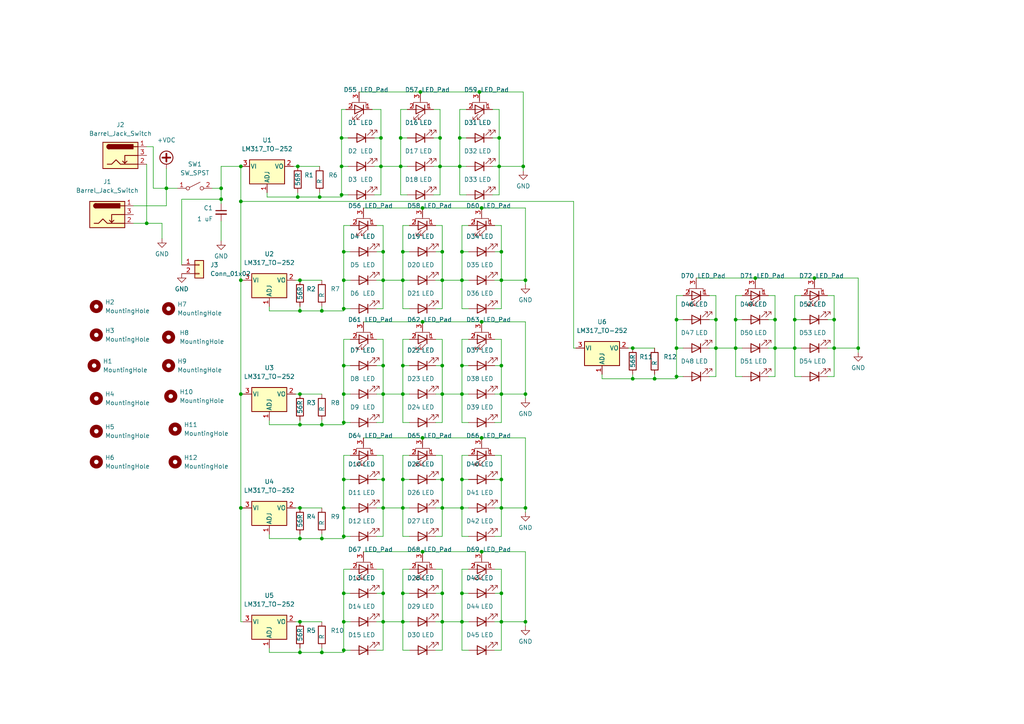
<source format=kicad_sch>
(kicad_sch (version 20211123) (generator eeschema)
  (paper "A4")
  (junction (at 116.84 114.3))
  (junction (at 145.415 139.065))
  (junction (at 99.695 89.535))
  (junction (at 128.27 106.045))
  (junction (at 111.125 106.045))
  (junction (at 64.135 57.785))
  (junction (at 116.205 48.26))
  (junction (at 93.345 123.19))
  (junction (at 152.4 180.34))
  (junction (at 207.645 100.965))
  (junction (at 128.27 139.065))
  (junction (at 145.415 172.085))
  (junction (at 183.515 109.855))
  (junction (at 111.125 147.32))
  (junction (at 69.85 147.32))
  (junction (at 99.695 188.595))
  (junction (at 145.415 81.28))
  (junction (at 111.125 172.085))
  (junction (at 122.555 127))
  (junction (at 152.4 81.28))
  (junction (at 133.985 81.28))
  (junction (at 48.26 54.61))
  (junction (at 42.545 64.77))
  (junction (at 133.985 73.025))
  (junction (at 116.205 40.005))
  (junction (at 99.695 155.575))
  (junction (at 230.505 92.71))
  (junction (at 128.27 172.085))
  (junction (at 144.78 48.26))
  (junction (at 128.27 73.025))
  (junction (at 145.415 106.045))
  (junction (at 213.36 100.965))
  (junction (at 121.92 26.67))
  (junction (at 99.695 122.555))
  (junction (at 230.505 100.965))
  (junction (at 139.7 93.345))
  (junction (at 196.215 92.71))
  (junction (at 86.995 90.17))
  (junction (at 99.695 147.32))
  (junction (at 116.84 106.045))
  (junction (at 139.7 60.325))
  (junction (at 241.935 92.71))
  (junction (at 145.415 73.025))
  (junction (at 139.7 160.02))
  (junction (at 151.765 48.26))
  (junction (at 99.695 81.28))
  (junction (at 196.215 100.965))
  (junction (at 116.84 73.025))
  (junction (at 219.075 80.645))
  (junction (at 139.065 26.67))
  (junction (at 99.695 139.065))
  (junction (at 99.06 40.005))
  (junction (at 139.7 127))
  (junction (at 111.125 180.34))
  (junction (at 69.85 58.42))
  (junction (at 183.515 100.965))
  (junction (at 116.84 180.34))
  (junction (at 133.35 40.005))
  (junction (at 196.215 109.22))
  (junction (at 93.345 189.23))
  (junction (at 86.995 189.23))
  (junction (at 93.345 90.17))
  (junction (at 116.84 147.32))
  (junction (at 133.35 48.26))
  (junction (at 111.125 81.28))
  (junction (at 86.995 156.21))
  (junction (at 99.695 180.34))
  (junction (at 145.415 180.34))
  (junction (at 111.125 139.065))
  (junction (at 99.06 56.515))
  (junction (at 133.985 147.32))
  (junction (at 152.4 147.32))
  (junction (at 99.695 114.3))
  (junction (at 69.85 48.26))
  (junction (at 128.27 147.32))
  (junction (at 86.995 123.19))
  (junction (at 152.4 114.3))
  (junction (at 86.995 180.34))
  (junction (at 69.85 81.28))
  (junction (at 189.865 109.855))
  (junction (at 128.27 180.34))
  (junction (at 111.125 73.025))
  (junction (at 145.415 147.32))
  (junction (at 99.695 172.085))
  (junction (at 133.985 139.065))
  (junction (at 99.695 106.045))
  (junction (at 116.84 139.065))
  (junction (at 248.92 100.965))
  (junction (at 93.345 156.21))
  (junction (at 116.84 81.28))
  (junction (at 122.555 93.345))
  (junction (at 145.415 114.3))
  (junction (at 213.36 92.71))
  (junction (at 111.125 114.3))
  (junction (at 116.84 172.085))
  (junction (at 224.79 100.965))
  (junction (at 133.985 172.085))
  (junction (at 127.635 48.26))
  (junction (at 86.995 147.32))
  (junction (at 92.71 57.15))
  (junction (at 133.985 106.045))
  (junction (at 110.49 48.26))
  (junction (at 127.635 40.005))
  (junction (at 133.985 114.3))
  (junction (at 144.78 40.005))
  (junction (at 64.135 54.61))
  (junction (at 224.79 92.71))
  (junction (at 241.935 100.965))
  (junction (at 128.27 81.28))
  (junction (at 207.645 92.71))
  (junction (at 122.555 60.325))
  (junction (at 110.49 40.005))
  (junction (at 86.36 57.15))
  (junction (at 99.695 73.025))
  (junction (at 122.555 160.02))
  (junction (at 69.85 114.3))
  (junction (at 99.06 48.26))
  (junction (at 86.36 48.26))
  (junction (at 128.27 114.3))
  (junction (at 86.995 81.28))
  (junction (at 236.22 80.645))
  (junction (at 86.995 114.3))
  (junction (at 133.985 180.34))
  (wire (pts (xy 128.27 172.085) (xy 128.27 180.34)))
  (wire (pts (xy 122.555 60.325) (xy 139.7 60.325)))
  (wire (pts (xy 144.78 48.26) (xy 144.78 56.515)))
  (wire (pts (xy 230.505 100.965) (xy 232.41 100.965)))
  (wire (pts (xy 77.47 57.15) (xy 86.36 57.15)))
  (wire (pts (xy 145.415 139.065) (xy 145.415 147.32)))
  (wire (pts (xy 109.22 132.08) (xy 111.125 132.08)))
  (wire (pts (xy 116.84 73.025) (xy 116.84 65.405)))
  (wire (pts (xy 109.22 180.34) (xy 111.125 180.34)))
  (wire (pts (xy 86.995 147.32) (xy 93.345 147.32)))
  (wire (pts (xy 152.4 180.34) (xy 152.4 181.61)))
  (wire (pts (xy 143.51 106.045) (xy 145.415 106.045)))
  (wire (pts (xy 128.27 65.405) (xy 126.365 65.405)))
  (wire (pts (xy 128.27 132.08) (xy 126.365 132.08)))
  (wire (pts (xy 151.765 26.67) (xy 151.765 48.26)))
  (wire (pts (xy 93.345 154.94) (xy 93.345 156.21)))
  (wire (pts (xy 69.85 147.32) (xy 70.485 147.32)))
  (wire (pts (xy 166.37 58.42) (xy 166.37 100.965)))
  (wire (pts (xy 116.84 180.34) (xy 116.84 188.595)))
  (wire (pts (xy 86.995 114.3) (xy 93.345 114.3)))
  (wire (pts (xy 69.85 81.28) (xy 69.85 114.3)))
  (wire (pts (xy 69.85 58.42) (xy 69.85 81.28)))
  (wire (pts (xy 142.875 40.005) (xy 144.78 40.005)))
  (wire (pts (xy 213.36 100.965) (xy 213.36 109.22)))
  (wire (pts (xy 133.35 56.515) (xy 135.255 56.515)))
  (wire (pts (xy 133.35 48.26) (xy 133.35 56.515)))
  (wire (pts (xy 111.125 180.34) (xy 116.84 180.34)))
  (wire (pts (xy 196.215 100.965) (xy 196.215 92.71)))
  (wire (pts (xy 93.345 187.96) (xy 93.345 189.23)))
  (wire (pts (xy 133.985 139.065) (xy 133.985 132.08)))
  (wire (pts (xy 86.995 189.23) (xy 86.995 187.96)))
  (wire (pts (xy 116.84 172.085) (xy 116.84 165.1)))
  (wire (pts (xy 219.075 80.645) (xy 219.075 81.28)))
  (wire (pts (xy 111.125 147.32) (xy 116.84 147.32)))
  (wire (pts (xy 116.84 106.045) (xy 116.84 98.425)))
  (wire (pts (xy 99.06 56.515) (xy 100.965 56.515)))
  (wire (pts (xy 116.84 139.065) (xy 116.84 132.08)))
  (wire (pts (xy 111.125 81.28) (xy 116.84 81.28)))
  (wire (pts (xy 126.365 73.025) (xy 128.27 73.025)))
  (wire (pts (xy 110.49 40.005) (xy 110.49 48.26)))
  (wire (pts (xy 145.415 172.085) (xy 145.415 180.34)))
  (wire (pts (xy 133.35 48.26) (xy 135.255 48.26)))
  (wire (pts (xy 99.695 123.19) (xy 99.695 122.555)))
  (wire (pts (xy 183.515 100.965) (xy 182.245 100.965)))
  (wire (pts (xy 143.51 180.34) (xy 145.415 180.34)))
  (wire (pts (xy 86.995 123.19) (xy 86.995 121.92)))
  (wire (pts (xy 93.345 189.23) (xy 86.995 189.23)))
  (wire (pts (xy 111.125 180.34) (xy 111.125 188.595)))
  (wire (pts (xy 110.49 56.515) (xy 108.585 56.515)))
  (wire (pts (xy 230.505 100.965) (xy 230.505 109.22)))
  (wire (pts (xy 174.625 108.585) (xy 174.625 109.855)))
  (wire (pts (xy 133.985 98.425) (xy 135.89 98.425)))
  (wire (pts (xy 133.985 180.34) (xy 128.27 180.34)))
  (wire (pts (xy 127.635 56.515) (xy 125.73 56.515)))
  (wire (pts (xy 145.415 122.555) (xy 143.51 122.555)))
  (wire (pts (xy 145.415 139.065) (xy 145.415 132.08)))
  (wire (pts (xy 205.74 85.725) (xy 207.645 85.725)))
  (wire (pts (xy 189.865 109.855) (xy 196.215 109.855)))
  (wire (pts (xy 109.22 147.32) (xy 111.125 147.32)))
  (wire (pts (xy 133.985 165.1) (xy 135.89 165.1)))
  (wire (pts (xy 99.06 31.75) (xy 100.33 31.75)))
  (wire (pts (xy 99.695 156.21) (xy 99.695 155.575)))
  (wire (pts (xy 144.78 40.005) (xy 144.78 48.26)))
  (wire (pts (xy 99.695 165.1) (xy 99.695 172.085)))
  (wire (pts (xy 126.365 172.085) (xy 128.27 172.085)))
  (wire (pts (xy 133.985 139.065) (xy 135.89 139.065)))
  (wire (pts (xy 69.85 48.26) (xy 69.85 58.42)))
  (wire (pts (xy 152.4 127) (xy 152.4 147.32)))
  (wire (pts (xy 133.985 172.085) (xy 133.985 165.1)))
  (wire (pts (xy 77.47 55.88) (xy 77.47 57.15)))
  (wire (pts (xy 99.695 114.3) (xy 99.695 122.555)))
  (wire (pts (xy 145.415 106.045) (xy 145.415 98.425)))
  (wire (pts (xy 128.27 81.28) (xy 128.27 89.535)))
  (wire (pts (xy 109.22 165.1) (xy 111.125 165.1)))
  (wire (pts (xy 133.985 180.34) (xy 135.89 180.34)))
  (wire (pts (xy 143.51 172.085) (xy 145.415 172.085)))
  (wire (pts (xy 116.84 73.025) (xy 116.84 81.28)))
  (wire (pts (xy 109.22 65.405) (xy 111.125 65.405)))
  (wire (pts (xy 145.415 73.025) (xy 145.415 81.28)))
  (wire (pts (xy 86.995 90.17) (xy 86.995 88.9)))
  (wire (pts (xy 143.51 139.065) (xy 145.415 139.065)))
  (wire (pts (xy 99.695 90.17) (xy 99.695 89.535)))
  (wire (pts (xy 116.84 132.08) (xy 118.745 132.08)))
  (wire (pts (xy 133.985 147.32) (xy 133.985 155.575)))
  (wire (pts (xy 207.645 100.965) (xy 207.645 109.22)))
  (wire (pts (xy 116.205 48.26) (xy 118.11 48.26)))
  (wire (pts (xy 230.505 109.22) (xy 232.41 109.22)))
  (wire (pts (xy 48.26 54.61) (xy 51.435 54.61)))
  (wire (pts (xy 189.865 109.855) (xy 183.515 109.855)))
  (wire (pts (xy 99.695 73.025) (xy 101.6 73.025)))
  (wire (pts (xy 126.365 147.32) (xy 128.27 147.32)))
  (wire (pts (xy 116.84 114.3) (xy 118.745 114.3)))
  (wire (pts (xy 133.985 114.3) (xy 135.89 114.3)))
  (wire (pts (xy 116.84 139.065) (xy 116.84 147.32)))
  (wire (pts (xy 99.695 81.28) (xy 101.6 81.28)))
  (wire (pts (xy 128.27 139.065) (xy 128.27 147.32)))
  (wire (pts (xy 78.105 154.94) (xy 78.105 156.21)))
  (wire (pts (xy 213.36 100.965) (xy 215.265 100.965)))
  (wire (pts (xy 116.84 81.28) (xy 118.745 81.28)))
  (wire (pts (xy 108.585 48.26) (xy 110.49 48.26)))
  (wire (pts (xy 111.125 114.3) (xy 116.84 114.3)))
  (wire (pts (xy 133.35 40.005) (xy 133.35 48.26)))
  (wire (pts (xy 145.415 73.025) (xy 145.415 65.405)))
  (wire (pts (xy 133.985 132.08) (xy 135.89 132.08)))
  (wire (pts (xy 145.415 165.1) (xy 143.51 165.1)))
  (wire (pts (xy 183.515 109.855) (xy 183.515 108.585)))
  (wire (pts (xy 125.73 40.005) (xy 127.635 40.005)))
  (wire (pts (xy 116.205 56.515) (xy 118.11 56.515)))
  (wire (pts (xy 108.585 40.005) (xy 110.49 40.005)))
  (wire (pts (xy 128.27 188.595) (xy 126.365 188.595)))
  (wire (pts (xy 139.7 160.02) (xy 152.4 160.02)))
  (wire (pts (xy 207.645 100.965) (xy 213.36 100.965)))
  (wire (pts (xy 44.45 54.61) (xy 48.26 54.61)))
  (wire (pts (xy 69.85 114.3) (xy 70.485 114.3)))
  (wire (pts (xy 93.345 123.19) (xy 99.695 123.19)))
  (wire (pts (xy 86.995 81.28) (xy 93.345 81.28)))
  (wire (pts (xy 142.875 48.26) (xy 144.78 48.26)))
  (wire (pts (xy 213.36 92.71) (xy 215.265 92.71)))
  (wire (pts (xy 128.27 139.065) (xy 128.27 132.08)))
  (wire (pts (xy 152.4 82.55) (xy 152.4 81.28)))
  (wire (pts (xy 86.36 57.15) (xy 86.36 55.88)))
  (wire (pts (xy 111.125 106.045) (xy 111.125 98.425)))
  (wire (pts (xy 152.4 147.32) (xy 152.4 148.59)))
  (wire (pts (xy 116.205 48.26) (xy 116.205 56.515)))
  (wire (pts (xy 145.415 89.535) (xy 143.51 89.535)))
  (wire (pts (xy 189.865 108.585) (xy 189.865 109.855)))
  (wire (pts (xy 126.365 106.045) (xy 128.27 106.045)))
  (wire (pts (xy 38.735 64.77) (xy 42.545 64.77)))
  (wire (pts (xy 64.135 54.61) (xy 64.135 57.785)))
  (wire (pts (xy 143.51 147.32) (xy 145.415 147.32)))
  (wire (pts (xy 111.125 89.535) (xy 109.22 89.535)))
  (wire (pts (xy 145.415 188.595) (xy 143.51 188.595)))
  (wire (pts (xy 128.27 73.025) (xy 128.27 65.405)))
  (wire (pts (xy 93.345 156.21) (xy 99.695 156.21)))
  (wire (pts (xy 111.125 122.555) (xy 109.22 122.555)))
  (wire (pts (xy 219.075 80.645) (xy 236.22 80.645)))
  (wire (pts (xy 42.545 47.625) (xy 42.545 64.77)))
  (wire (pts (xy 64.135 48.26) (xy 64.135 54.61)))
  (wire (pts (xy 224.79 100.965) (xy 224.79 109.22)))
  (wire (pts (xy 241.935 100.965) (xy 248.92 100.965)))
  (wire (pts (xy 99.695 155.575) (xy 101.6 155.575)))
  (wire (pts (xy 92.71 55.88) (xy 92.71 57.15)))
  (wire (pts (xy 99.695 81.28) (xy 99.695 89.535)))
  (wire (pts (xy 152.4 147.32) (xy 145.415 147.32)))
  (wire (pts (xy 116.84 172.085) (xy 116.84 180.34)))
  (wire (pts (xy 105.41 160.02) (xy 122.555 160.02)))
  (wire (pts (xy 133.985 114.3) (xy 133.985 122.555)))
  (wire (pts (xy 213.36 92.71) (xy 213.36 85.725)))
  (wire (pts (xy 145.415 180.34) (xy 145.415 188.595)))
  (wire (pts (xy 127.635 48.26) (xy 127.635 56.515)))
  (wire (pts (xy 86.36 48.26) (xy 92.71 48.26)))
  (wire (pts (xy 109.22 139.065) (xy 111.125 139.065)))
  (wire (pts (xy 111.125 188.595) (xy 109.22 188.595)))
  (wire (pts (xy 133.985 139.065) (xy 133.985 147.32)))
  (wire (pts (xy 224.79 92.71) (xy 224.79 100.965)))
  (wire (pts (xy 133.35 40.005) (xy 135.255 40.005)))
  (wire (pts (xy 152.4 81.28) (xy 145.415 81.28)))
  (wire (pts (xy 78.105 90.17) (xy 86.995 90.17)))
  (wire (pts (xy 105.41 127) (xy 122.555 127)))
  (wire (pts (xy 111.125 114.3) (xy 111.125 122.555)))
  (wire (pts (xy 133.985 106.045) (xy 133.985 114.3)))
  (wire (pts (xy 111.125 73.025) (xy 111.125 65.405)))
  (wire (pts (xy 196.215 92.71) (xy 198.12 92.71)))
  (wire (pts (xy 196.215 85.725) (xy 196.215 92.71)))
  (wire (pts (xy 133.35 48.26) (xy 127.635 48.26)))
  (wire (pts (xy 116.84 81.28) (xy 116.84 89.535)))
  (wire (pts (xy 133.985 73.025) (xy 133.985 65.405)))
  (wire (pts (xy 127.635 40.005) (xy 127.635 48.26)))
  (wire (pts (xy 99.06 40.005) (xy 99.06 31.75)))
  (wire (pts (xy 201.93 80.645) (xy 219.075 80.645)))
  (wire (pts (xy 248.92 102.235) (xy 248.92 100.965)))
  (wire (pts (xy 111.125 81.28) (xy 111.125 89.535)))
  (wire (pts (xy 241.935 100.965) (xy 241.935 109.22)))
  (wire (pts (xy 116.84 106.045) (xy 116.84 114.3)))
  (wire (pts (xy 139.7 93.345) (xy 152.4 93.345)))
  (wire (pts (xy 116.205 40.005) (xy 116.205 48.26)))
  (wire (pts (xy 128.27 172.085) (xy 128.27 165.1)))
  (wire (pts (xy 121.92 26.67) (xy 139.065 26.67)))
  (wire (pts (xy 86.995 180.34) (xy 93.345 180.34)))
  (wire (pts (xy 145.415 81.28) (xy 145.415 89.535)))
  (wire (pts (xy 93.345 156.21) (xy 86.995 156.21)))
  (wire (pts (xy 145.415 65.405) (xy 143.51 65.405)))
  (wire (pts (xy 142.875 31.75) (xy 144.78 31.75)))
  (wire (pts (xy 116.84 188.595) (xy 118.745 188.595)))
  (wire (pts (xy 42.545 42.545) (xy 44.45 42.545)))
  (wire (pts (xy 111.125 155.575) (xy 109.22 155.575)))
  (wire (pts (xy 116.205 40.005) (xy 116.205 31.75)))
  (wire (pts (xy 128.27 114.3) (xy 128.27 122.555)))
  (wire (pts (xy 166.37 100.965) (xy 167.005 100.965)))
  (wire (pts (xy 93.345 123.19) (xy 86.995 123.19)))
  (wire (pts (xy 99.695 147.32) (xy 101.6 147.32)))
  (wire (pts (xy 86.36 48.26) (xy 85.09 48.26)))
  (wire (pts (xy 196.215 100.965) (xy 198.12 100.965)))
  (wire (pts (xy 213.36 85.725) (xy 215.265 85.725)))
  (wire (pts (xy 151.765 49.53) (xy 151.765 48.26)))
  (wire (pts (xy 99.695 106.045) (xy 101.6 106.045)))
  (wire (pts (xy 145.415 106.045) (xy 145.415 114.3)))
  (wire (pts (xy 111.125 172.085) (xy 111.125 180.34)))
  (wire (pts (xy 61.595 54.61) (xy 64.135 54.61)))
  (wire (pts (xy 99.695 114.3) (xy 99.695 106.045)))
  (wire (pts (xy 230.505 92.71) (xy 230.505 100.965)))
  (wire (pts (xy 99.695 180.34) (xy 99.695 172.085)))
  (wire (pts (xy 139.7 60.325) (xy 152.4 60.325)))
  (wire (pts (xy 230.505 92.71) (xy 230.505 85.725)))
  (wire (pts (xy 78.105 88.9) (xy 78.105 90.17)))
  (wire (pts (xy 99.695 147.32) (xy 99.695 155.575)))
  (wire (pts (xy 133.985 114.3) (xy 128.27 114.3)))
  (wire (pts (xy 111.125 147.32) (xy 111.125 155.575)))
  (wire (pts (xy 104.14 26.67) (xy 121.92 26.67)))
  (wire (pts (xy 240.03 100.965) (xy 241.935 100.965)))
  (wire (pts (xy 127.635 31.75) (xy 125.73 31.75)))
  (wire (pts (xy 213.36 92.71) (xy 213.36 100.965)))
  (wire (pts (xy 145.415 155.575) (xy 143.51 155.575)))
  (wire (pts (xy 99.06 40.005) (xy 100.965 40.005)))
  (wire (pts (xy 86.995 147.32) (xy 85.725 147.32)))
  (wire (pts (xy 133.985 65.405) (xy 135.89 65.405)))
  (wire (pts (xy 69.85 180.34) (xy 70.485 180.34)))
  (wire (pts (xy 127.635 40.005) (xy 127.635 31.75)))
  (wire (pts (xy 145.415 132.08) (xy 143.51 132.08)))
  (wire (pts (xy 241.935 92.71) (xy 241.935 85.725)))
  (wire (pts (xy 44.45 42.545) (xy 44.45 54.61)))
  (wire (pts (xy 224.79 109.22) (xy 222.885 109.22)))
  (wire (pts (xy 52.705 76.835) (xy 52.705 57.785)))
  (wire (pts (xy 48.26 59.69) (xy 38.735 59.69)))
  (wire (pts (xy 122.555 127) (xy 139.7 127)))
  (wire (pts (xy 241.935 85.725) (xy 240.03 85.725)))
  (wire (pts (xy 207.645 92.71) (xy 207.645 100.965)))
  (wire (pts (xy 133.35 40.005) (xy 133.35 31.75)))
  (wire (pts (xy 133.985 73.025) (xy 135.89 73.025)))
  (wire (pts (xy 99.695 122.555) (xy 101.6 122.555)))
  (wire (pts (xy 128.27 155.575) (xy 126.365 155.575)))
  (wire (pts (xy 145.415 180.34) (xy 152.4 180.34)))
  (wire (pts (xy 133.985 81.28) (xy 135.89 81.28)))
  (wire (pts (xy 116.84 155.575) (xy 118.745 155.575)))
  (wire (pts (xy 116.84 89.535) (xy 118.745 89.535)))
  (wire (pts (xy 128.27 122.555) (xy 126.365 122.555)))
  (wire (pts (xy 133.985 106.045) (xy 135.89 106.045)))
  (wire (pts (xy 116.84 147.32) (xy 116.84 155.575)))
  (wire (pts (xy 205.74 92.71) (xy 207.645 92.71)))
  (wire (pts (xy 145.415 147.32) (xy 145.415 155.575)))
  (wire (pts (xy 99.695 132.08) (xy 99.695 139.065)))
  (wire (pts (xy 86.995 114.3) (xy 85.725 114.3)))
  (wire (pts (xy 224.79 85.725) (xy 222.885 85.725)))
  (wire (pts (xy 111.125 73.025) (xy 111.125 81.28)))
  (wire (pts (xy 224.79 92.71) (xy 224.79 85.725)))
  (wire (pts (xy 213.36 109.22) (xy 215.265 109.22)))
  (wire (pts (xy 116.84 172.085) (xy 118.745 172.085)))
  (wire (pts (xy 152.4 114.3) (xy 152.4 115.57)))
  (wire (pts (xy 133.985 81.28) (xy 133.985 89.535)))
  (wire (pts (xy 128.27 106.045) (xy 128.27 114.3)))
  (wire (pts (xy 152.4 60.325) (xy 152.4 81.28)))
  (wire (pts (xy 241.935 109.22) (xy 240.03 109.22)))
  (wire (pts (xy 92.71 57.15) (xy 86.36 57.15)))
  (wire (pts (xy 109.22 114.3) (xy 111.125 114.3)))
  (wire (pts (xy 116.84 114.3) (xy 116.84 122.555)))
  (wire (pts (xy 99.695 189.23) (xy 99.695 188.595)))
  (wire (pts (xy 236.22 80.645) (xy 248.92 80.645)))
  (wire (pts (xy 133.985 147.32) (xy 128.27 147.32)))
  (wire (pts (xy 116.84 106.045) (xy 118.745 106.045)))
  (wire (pts (xy 78.105 189.23) (xy 86.995 189.23)))
  (wire (pts (xy 69.85 58.42) (xy 166.37 58.42)))
  (wire (pts (xy 128.27 98.425) (xy 126.365 98.425)))
  (wire (pts (xy 133.985 81.28) (xy 128.27 81.28)))
  (wire (pts (xy 139.7 127) (xy 152.4 127)))
  (wire (pts (xy 69.85 114.3) (xy 69.85 147.32)))
  (wire (pts (xy 64.135 64.135) (xy 64.135 69.85)))
  (wire (pts (xy 151.765 48.26) (xy 144.78 48.26)))
  (wire (pts (xy 99.06 48.26) (xy 100.965 48.26)))
  (wire (pts (xy 133.985 106.045) (xy 133.985 98.425)))
  (wire (pts (xy 128.27 165.1) (xy 126.365 165.1)))
  (wire (pts (xy 205.74 100.965) (xy 207.645 100.965)))
  (wire (pts (xy 42.545 64.77) (xy 46.99 64.77)))
  (wire (pts (xy 122.555 160.02) (xy 139.7 160.02)))
  (wire (pts (xy 145.415 172.085) (xy 145.415 165.1)))
  (wire (pts (xy 207.645 109.22) (xy 205.74 109.22)))
  (wire (pts (xy 105.41 60.325) (xy 122.555 60.325)))
  (wire (pts (xy 99.06 57.15) (xy 99.06 56.515)))
  (wire (pts (xy 133.985 180.34) (xy 133.985 188.595)))
  (wire (pts (xy 93.345 90.17) (xy 99.695 90.17)))
  (wire (pts (xy 110.49 48.26) (xy 110.49 56.515)))
  (wire (pts (xy 64.135 48.26) (xy 69.85 48.26)))
  (wire (pts (xy 78.105 121.92) (xy 78.105 123.19)))
  (wire (pts (xy 116.84 98.425) (xy 118.745 98.425)))
  (wire (pts (xy 145.415 114.3) (xy 145.415 122.555)))
  (wire (pts (xy 78.105 187.96) (xy 78.105 189.23)))
  (wire (pts (xy 116.84 147.32) (xy 118.745 147.32)))
  (wire (pts (xy 128.27 180.34) (xy 128.27 188.595)))
  (wire (pts (xy 52.705 57.785) (xy 64.135 57.785)))
  (wire (pts (xy 116.84 139.065) (xy 118.745 139.065)))
  (wire (pts (xy 133.985 188.595) (xy 135.89 188.595)))
  (wire (pts (xy 109.22 172.085) (xy 111.125 172.085)))
  (wire (pts (xy 99.695 165.1) (xy 101.6 165.1)))
  (wire (pts (xy 143.51 73.025) (xy 145.415 73.025)))
  (wire (pts (xy 133.985 89.535) (xy 135.89 89.535)))
  (wire (pts (xy 93.345 121.92) (xy 93.345 123.19)))
  (wire (pts (xy 86.995 156.21) (xy 86.995 154.94)))
  (wire (pts (xy 133.985 147.32) (xy 135.89 147.32)))
  (wire (pts (xy 222.885 92.71) (xy 224.79 92.71)))
  (wire (pts (xy 109.22 73.025) (xy 111.125 73.025)))
  (wire (pts (xy 240.03 92.71) (xy 241.935 92.71)))
  (wire (pts (xy 48.26 54.61) (xy 48.26 59.69)))
  (wire (pts (xy 99.695 89.535) (xy 101.6 89.535)))
  (wire (pts (xy 99.695 114.3) (xy 101.6 114.3)))
  (wire (pts (xy 183.515 100.965) (xy 189.865 100.965)))
  (wire (pts (xy 48.26 48.895) (xy 48.26 54.61)))
  (wire (pts (xy 105.41 93.345) (xy 122.555 93.345)))
  (wire (pts (xy 99.695 132.08) (xy 101.6 132.08)))
  (wire (pts (xy 116.205 31.75) (xy 118.11 31.75)))
  (wire (pts (xy 116.84 122.555) (xy 118.745 122.555)))
  (wire (pts (xy 86.995 180.34) (xy 85.725 180.34)))
  (wire (pts (xy 109.22 98.425) (xy 111.125 98.425)))
  (wire (pts (xy 111.125 139.065) (xy 111.125 132.08)))
  (wire (pts (xy 152.4 114.3) (xy 145.415 114.3)))
  (wire (pts (xy 230.505 100.965) (xy 224.79 100.965)))
  (wire (pts (xy 109.22 81.28) (xy 111.125 81.28)))
  (wire (pts (xy 196.215 100.965) (xy 196.215 109.22)))
  (wire (pts (xy 69.85 81.28) (xy 70.485 81.28)))
  (wire (pts (xy 111.125 139.065) (xy 111.125 147.32)))
  (wire (pts (xy 128.27 106.045) (xy 128.27 98.425)))
  (wire (pts (xy 78.105 123.19) (xy 86.995 123.19)))
  (wire (pts (xy 196.215 109.22) (xy 198.12 109.22)))
  (wire (pts (xy 125.73 48.26) (xy 127.635 48.26)))
  (wire (pts (xy 78.105 156.21) (xy 86.995 156.21)))
  (wire (pts (xy 93.345 88.9) (xy 93.345 90.17)))
  (wire (pts (xy 133.35 31.75) (xy 135.255 31.75)))
  (wire (pts (xy 107.95 31.75) (xy 110.49 31.75)))
  (wire (pts (xy 230.505 92.71) (xy 232.41 92.71)))
  (wire (pts (xy 99.06 48.26) (xy 99.06 40.005)))
  (wire (pts (xy 116.84 165.1) (xy 118.745 165.1)))
  (wire (pts (xy 99.695 73.025) (xy 99.695 65.405)))
  (wire (pts (xy 116.84 65.405) (xy 118.745 65.405)))
  (wire (pts (xy 128.27 73.025) (xy 128.27 81.28)))
  (wire (pts (xy 116.205 40.005) (xy 118.11 40.005)))
  (wire (pts (xy 99.695 180.34) (xy 99.695 188.595)))
  (wire (pts (xy 126.365 81.28) (xy 128.27 81.28)))
  (wire (pts (xy 152.4 160.02) (xy 152.4 180.34)))
  (wire (pts (xy 64.135 57.785) (xy 64.135 59.055)))
  (wire (pts (xy 99.695 81.28) (xy 99.695 73.025)))
  (wire (pts (xy 230.505 85.725) (xy 232.41 85.725)))
  (wire (pts (xy 99.695 65.405) (xy 101.6 65.405)))
  (wire (pts (xy 93.345 189.23) (xy 99.695 189.23)))
  (wire (pts (xy 144.78 40.005) (xy 144.78 31.75)))
  (wire (pts (xy 99.695 98.425) (xy 101.6 98.425)))
  (wire (pts (xy 93.345 90.17) (xy 86.995 90.17)))
  (wire (pts (xy 99.695 188.595) (xy 101.6 188.595)))
  (wire (pts (xy 116.84 73.025) (xy 118.745 73.025)))
  (wire (pts (xy 86.995 81.28) (xy 85.725 81.28)))
  (wire (pts (xy 133.985 172.085) (xy 135.89 172.085)))
  (wire (pts (xy 46.99 69.215) (xy 46.99 64.77)))
  (wire (pts (xy 133.985 155.575) (xy 135.89 155.575)))
  (wire (pts (xy 126.365 180.34) (xy 128.27 180.34)))
  (wire (pts (xy 110.49 40.005) (xy 110.49 31.75)))
  (wire (pts (xy 116.84 180.34) (xy 118.745 180.34)))
  (wire (pts (xy 207.645 92.71) (xy 207.645 85.725)))
  (wire (pts (xy 222.885 100.965) (xy 224.79 100.965)))
  (wire (pts (xy 126.365 139.065) (xy 128.27 139.065)))
  (wire (pts (xy 174.625 109.855) (xy 183.515 109.855)))
  (wire (pts (xy 196.215 85.725) (xy 198.12 85.725)))
  (wire (pts (xy 99.695 172.085) (xy 101.6 172.085)))
  (wire (pts (xy 99.06 48.26) (xy 99.06 56.515)))
  (wire (pts (xy 133.985 73.025) (xy 133.985 81.28)))
  (wire (pts (xy 128.27 89.535) (xy 126.365 89.535)))
  (wire (pts (xy 110.49 48.26) (xy 116.205 48.26)))
  (wire (pts (xy 99.695 106.045) (xy 99.695 98.425)))
  (wire (pts (xy 92.71 57.15) (xy 99.06 57.15)))
  (wire (pts (xy 99.695 180.34) (xy 101.6 180.34)))
  (wire (pts (xy 111.125 106.045) (xy 111.125 114.3)))
  (wire (pts (xy 133.985 172.085) (xy 133.985 180.34)))
  (wire (pts (xy 241.935 92.71) (xy 241.935 100.965)))
  (wire (pts (xy 133.985 122.555) (xy 135.89 122.555)))
  (wire (pts (xy 128.27 147.32) (xy 128.27 155.575)))
  (wire (pts (xy 144.78 56.515) (xy 142.875 56.515)))
  (wire (pts (xy 196.215 109.855) (xy 196.215 109.22)))
  (wire (pts (xy 143.51 81.28) (xy 145.415 81.28)))
  (wire (pts (xy 126.365 114.3) (xy 128.27 114.3)))
  (wire (pts (xy 69.85 147.32) (xy 69.85 180.34)))
  (wire (pts (xy 143.51 114.3) (xy 145.415 114.3)))
  (wire (pts (xy 99.695 139.065) (xy 101.6 139.065)))
  (wire (pts (xy 152.4 93.345) (xy 152.4 114.3)))
  (wire (pts (xy 122.555 93.345) (xy 139.7 93.345)))
  (wire (pts (xy 248.92 80.645) (xy 248.92 100.965)))
  (wire (pts (xy 145.415 98.425) (xy 143.51 98.425)))
  (wire (pts (xy 109.22 106.045) (xy 111.125 106.045)))
  (wire (pts (xy 111.125 172.085) (xy 111.125 165.1)))
  (wire (pts (xy 99.695 147.32) (xy 99.695 139.065)))
  (wire (pts (xy 139.065 26.67) (xy 151.765 26.67)))
  (symbol (lib_id "power:GND") (at 152.4 181.61 0) (unit 1)
    (property "Reference" "#PWR0103" (effects hide))
    (property "Value" "GND" (at 152.4 186.055 0))
  )
  (symbol (lib_id "Device:LED") (at 122.555 73.025 180) (unit 1)
    (property "Reference" "D19" (at 120.015 68.58 0))
    (property "Value" "LED" (at 124.1425 68.58 0))
    (property "Footprint" "LED_SMD:LED_PLCC_2835_Handsoldering" (effects hide))
  )
  (symbol (lib_id "Device:LED_Pad") (at 122.555 165.1 180) (unit 1)
    (property "Reference" "D68" (at 120.015 159.385 0))
    (property "Value" "LED_Pad" (at 127 159.385 0))
    (property "Footprint" "LEDPanel:LED_Cree-XP" (effects hide))
  )
  (symbol (lib_id "Device:LED") (at 219.075 92.71 180) (unit 1)
    (property "Reference" "D49" (at 216.535 88.265 0))
    (property "Value" "LED" (at 220.6625 88.265 0))
    (property "Footprint" "LED_SMD:LED_PLCC_2835_Handsoldering" (effects hide))
  )
  (symbol (lib_id "Device:LED") (at 105.41 188.595 180) (unit 1)
    (property "Reference" "D15" (at 102.87 184.15 0))
    (property "Value" "LED" (at 106.9975 184.15 0))
    (property "Footprint" "LED_THT:LED_D3.0mm" (effects hide))
  )
  (symbol (lib_id "Device:LED") (at 139.7 114.3 180) (unit 1)
    (property "Reference" "D38" (at 137.16 109.855 0))
    (property "Value" "LED" (at 141.2875 109.855 0))
    (property "Footprint" "LED_SMD:LED_0805_2012Metric_Pad1.15x1.40mm_HandSolder" (effects hide))
  )
  (symbol (lib_id "Device:LED_Pad") (at 139.065 31.75 180) (unit 1)
    (property "Reference" "D59" (at 136.525 26.035 0))
    (property "Value" "LED_Pad" (at 143.51 26.035 0))
    (property "Footprint" "LEDPanel:LED_Cree-XP" (effects hide))
  )
  (symbol (lib_id "Mechanical:MountingHole") (at 48.895 97.79 0) (unit 1)
    (property "Reference" "H8" (at 52.07 96.5199 0) (effects (justify left)))
    (property "Value" "MountingHole" (at 52.07 99.0599 0) (effects (justify left)))
    (property "Footprint" "MountingHole:MountingHole_3.2mm_M3" (effects hide))
  )
  (symbol (lib_id "Device:LED") (at 122.555 139.065 180) (unit 1)
    (property "Reference" "D25" (at 120.015 134.62 0))
    (property "Value" "LED" (at 124.1425 134.62 0))
    (property "Footprint" "LED_SMD:LED_PLCC_2835_Handsoldering" (effects hide))
  )
  (symbol (lib_id "Device:LED_Pad") (at 105.41 132.08 180) (unit 1)
    (property "Reference" "D64" (at 102.87 126.365 0))
    (property "Value" "LED_Pad" (at 109.855 126.365 0))
    (property "Footprint" "LEDPanel:LED_Cree-XP" (effects hide))
  )
  (symbol (lib_id "Connector:Barrel_Jack_Switch") (at 31.115 62.23 0) (unit 1)
    (property "Reference" "J1" (at 31.115 52.705 0))
    (property "Value" "Barrel_Jack_Switch" (at 31.115 55.245 0))
    (property "Footprint" "Connector_BarrelJack:BarrelJack_Horizontal" (effects hide))
  )
  (symbol (lib_id "Device:R") (at 93.345 118.11 0) (unit 1)
    (property "Reference" "R8" (at 95.885 116.8399 0) (effects (justify left)))
    (property "Value" "R" (at 93.345 119.38 90) (effects (justify left)))
    (property "Footprint" "Resistor_THT:R_Axial_DIN0207_L6.3mm_D2.5mm_P7.62mm_Horizontal" (effects hide))
  )
  (symbol (lib_id "Device:LED") (at 219.075 100.965 180) (unit 1)
    (property "Reference" "D50" (at 216.535 96.52 0))
    (property "Value" "LED" (at 220.6625 96.52 0))
    (property "Footprint" "LED_SMD:LED_0805_2012Metric_Pad1.15x1.40mm_HandSolder" (effects hide))
  )
  (symbol (lib_id "Mechanical:MountingHole") (at 48.895 89.535 0) (unit 1)
    (property "Reference" "H7" (at 51.435 88.2649 0) (effects (justify left)))
    (property "Value" "MountingHole" (at 51.435 90.8049 0) (effects (justify left)))
    (property "Footprint" "MountingHole:MountingHole_4mm" (effects hide))
  )
  (symbol (lib_id "Switch:SW_SPST") (at 56.515 54.61 0) (unit 1)
    (property "Reference" "SW1" (at 56.515 47.625 0))
    (property "Value" "SW_SPST" (at 56.515 50.165 0))
    (property "Footprint" "TerminalBlock_Phoenix:TerminalBlock_Phoenix_MKDS-1,5-2-5.08_1x02_P5.08mm_Horizontal" (effects hide))
  )
  (symbol (lib_id "Device:R") (at 86.995 118.11 0) (unit 1)
    (property "Reference" "R3" (at 88.9 116.8399 0) (effects (justify left)))
    (property "Value" "56R" (at 86.995 120.015 90) (effects (justify left)))
    (property "Footprint" "Resistor_SMD:R_0805_2012Metric_Pad1.20x1.40mm_HandSolder" (effects hide))
    (property "LCSC" "C17757" (effects hide))
  )
  (symbol (lib_id "Device:R") (at 93.345 151.13 0) (unit 1)
    (property "Reference" "R9" (at 95.885 149.8599 0) (effects (justify left)))
    (property "Value" "R" (at 93.345 152.4 90) (effects (justify left)))
    (property "Footprint" "Resistor_THT:R_Axial_DIN0207_L6.3mm_D2.5mm_P7.62mm_Horizontal" (effects hide))
  )
  (symbol (lib_id "Device:LED_Pad") (at 105.41 98.425 180) (unit 1)
    (property "Reference" "D61" (at 102.87 92.71 0))
    (property "Value" "LED_Pad" (at 109.855 92.71 0))
    (property "Footprint" "LEDPanel:LED_Cree-XP" (effects hide))
  )
  (symbol (lib_id "Device:LED") (at 139.7 73.025 180) (unit 1)
    (property "Reference" "D34" (at 137.16 68.58 0))
    (property "Value" "LED" (at 141.2875 68.58 0))
    (property "Footprint" "LED_SMD:LED_PLCC_2835_Handsoldering" (effects hide))
  )
  (symbol (lib_id "Device:LED") (at 139.7 122.555 180) (unit 1)
    (property "Reference" "D39" (at 137.16 118.11 0))
    (property "Value" "LED" (at 141.2875 118.11 0))
    (property "Footprint" "LED_THT:LED_D3.0mm" (effects hide))
  )
  (symbol (lib_id "Device:LED_Pad") (at 105.41 65.405 180) (unit 1)
    (property "Reference" "D56" (at 102.87 59.69 0))
    (property "Value" "LED_Pad" (at 109.855 59.69 0))
    (property "Footprint" "LEDPanel:LED_Cree-XP" (effects hide))
  )
  (symbol (lib_id "Device:LED_Pad") (at 139.7 132.08 180) (unit 1)
    (property "Reference" "D66" (at 137.16 126.365 0))
    (property "Value" "LED_Pad" (at 144.145 126.365 0))
    (property "Footprint" "LEDPanel:LED_Cree-XP" (effects hide))
  )
  (symbol (lib_id "Mechanical:MountingHole") (at 27.94 97.155 0) (unit 1)
    (property "Reference" "H3" (at 30.48 95.8849 0) (effects (justify left)))
    (property "Value" "MountingHole" (at 30.48 98.4249 0) (effects (justify left)))
    (property "Footprint" "MountingHole:MountingHole_3.2mm_M3" (effects hide))
  )
  (symbol (lib_id "Device:LED") (at 121.92 56.515 180) (unit 1)
    (property "Reference" "D18" (at 119.38 52.07 0))
    (property "Value" "LED" (at 123.5075 52.07 0))
    (property "Footprint" "LED_THT:LED_D3.0mm" (effects hide))
  )
  (symbol (lib_id "Connector:Barrel_Jack_Switch") (at 34.925 45.085 0) (unit 1)
    (property "Reference" "J2" (at 34.925 36.195 0))
    (property "Value" "Barrel_Jack_Switch" (at 34.925 38.735 0))
    (property "Footprint" "Connector_BarrelJack:BarrelJack_Horizontal" (effects hide))
  )
  (symbol (lib_id "Device:LED") (at 139.065 48.26 180) (unit 1)
    (property "Reference" "D32" (at 136.525 43.815 0))
    (property "Value" "LED" (at 140.6525 43.815 0))
    (property "Footprint" "LED_SMD:LED_0805_2012Metric_Pad1.15x1.40mm_HandSolder" (effects hide))
  )
  (symbol (lib_id "Device:LED") (at 105.41 147.32 180) (unit 1)
    (property "Reference" "D11" (at 102.87 142.875 0))
    (property "Value" "LED" (at 106.9975 142.875 0))
    (property "Footprint" "LED_SMD:LED_0805_2012Metric_Pad1.15x1.40mm_HandSolder" (effects hide))
  )
  (symbol (lib_id "Device:LED") (at 139.7 89.535 180) (unit 1)
    (property "Reference" "D36" (at 137.16 85.09 0))
    (property "Value" "LED" (at 141.2875 85.09 0))
    (property "Footprint" "LED_THT:LED_D3.0mm" (effects hide))
  )
  (symbol (lib_id "Device:R") (at 86.995 151.13 0) (unit 1)
    (property "Reference" "R4" (at 88.9 149.8599 0) (effects (justify left)))
    (property "Value" "56R" (at 86.995 153.035 90) (effects (justify left)))
    (property "Footprint" "Resistor_SMD:R_0805_2012Metric_Pad1.20x1.40mm_HandSolder" (effects hide))
    (property "LCSC" "C17757" (effects hide))
  )
  (symbol (lib_id "Regulator_Linear:LM317_TO-252") (at 78.105 114.3 0) (unit 1)
    (property "Reference" "U3" (at 78.105 106.68 0))
    (property "Value" "LM317_TO-252" (at 78.105 109.22 0))
    (property "Footprint" "Package_TO_SOT_SMD:TO-252-2" (effects hide))
    (property "Datasheet" "http://www.ti.com/lit/ds/snvs774n/snvs774n.pdf" (effects hide))
    (property "LCSC" "C75510" (effects hide))
  )
  (symbol (lib_id "Device:LED") (at 122.555 172.085 180) (unit 1)
    (property "Reference" "D28" (at 120.015 167.64 0))
    (property "Value" "LED" (at 124.1425 167.64 0))
    (property "Footprint" "LED_SMD:LED_PLCC_2835_Handsoldering" (effects hide))
  )
  (symbol (lib_id "power:GND") (at 64.135 69.85 0) (unit 1)
    (property "Reference" "#PWR0107" (effects hide))
    (property "Value" "GND" (at 64.135 74.295 0))
  )
  (symbol (lib_id "Device:LED_Pad") (at 201.93 85.725 180) (unit 1)
    (property "Reference" "D70" (at 199.39 80.01 0))
    (property "Value" "LED_Pad" (at 206.375 80.01 0))
    (property "Footprint" "LEDPanel:LED_Cree-XP" (effects hide))
  )
  (symbol (lib_id "Device:R") (at 183.515 104.775 0) (unit 1)
    (property "Reference" "R11" (at 185.42 103.5049 0) (effects (justify left)))
    (property "Value" "56R" (at 183.515 106.68 90) (effects (justify left)))
    (property "Footprint" "Resistor_SMD:R_0805_2012Metric_Pad1.20x1.40mm_HandSolder" (effects hide))
    (property "LCSC" "C17757" (effects hide))
  )
  (symbol (lib_id "Regulator_Linear:LM317_TO-252") (at 78.105 180.34 0) (unit 1)
    (property "Reference" "U5" (at 78.105 172.72 0))
    (property "Value" "LM317_TO-252" (at 78.105 175.26 0))
    (property "Footprint" "Package_TO_SOT_SMD:TO-252-2" (effects hide))
    (property "Datasheet" "http://www.ti.com/lit/ds/snvs774n/snvs774n.pdf" (effects hide))
    (property "LCSC" "C75510" (effects hide))
  )
  (symbol (lib_id "Device:LED") (at 139.7 188.595 180) (unit 1)
    (property "Reference" "D45" (at 137.16 184.15 0))
    (property "Value" "LED" (at 141.2875 184.15 0))
    (property "Footprint" "LED_THT:LED_D3.0mm" (effects hide))
  )
  (symbol (lib_id "Device:LED") (at 105.41 114.3 180) (unit 1)
    (property "Reference" "D8" (at 102.87 109.855 0))
    (property "Value" "LED" (at 106.9975 109.855 0))
    (property "Footprint" "LED_SMD:LED_0805_2012Metric_Pad1.15x1.40mm_HandSolder" (effects hide))
  )
  (symbol (lib_id "Device:LED") (at 105.41 172.085 180) (unit 1)
    (property "Reference" "D13" (at 102.87 167.64 0))
    (property "Value" "LED" (at 106.9975 167.64 0))
    (property "Footprint" "LED_SMD:LED_PLCC_2835_Handsoldering" (effects hide))
  )
  (symbol (lib_id "Device:LED") (at 104.775 40.005 180) (unit 1)
    (property "Reference" "D1" (at 102.235 35.56 0))
    (property "Value" "LED" (at 106.3625 35.56 0))
    (property "Footprint" "LED_SMD:LED_PLCC_2835_Handsoldering" (effects hide))
  )
  (symbol (lib_id "power:GND") (at 152.4 115.57 0) (unit 1)
    (property "Reference" "#PWR0101" (effects hide))
    (property "Value" "GND" (at 152.4 120.015 0))
  )
  (symbol (lib_id "Regulator_Linear:LM317_TO-252") (at 174.625 100.965 0) (unit 1)
    (property "Reference" "U6" (at 174.625 93.345 0))
    (property "Value" "LM317_TO-252" (at 174.625 95.885 0))
    (property "Footprint" "Package_TO_SOT_SMD:TO-252-2" (effects hide))
    (property "Datasheet" "http://www.ti.com/lit/ds/snvs774n/snvs774n.pdf" (effects hide))
    (property "LCSC" "C75510" (effects hide))
  )
  (symbol (lib_id "power:GND") (at 152.4 82.55 0) (unit 1)
    (property "Reference" "#PWR0104" (effects hide))
    (property "Value" "GND" (at 152.4 86.995 0))
  )
  (symbol (lib_id "Device:LED") (at 219.075 109.22 180) (unit 1)
    (property "Reference" "D51" (at 216.535 104.775 0))
    (property "Value" "LED" (at 220.6625 104.775 0))
    (property "Footprint" "LED_THT:LED_D3.0mm" (effects hide))
  )
  (symbol (lib_id "Device:LED") (at 122.555 180.34 180) (unit 1)
    (property "Reference" "D29" (at 120.015 175.895 0))
    (property "Value" "LED" (at 124.1425 175.895 0))
    (property "Footprint" "LED_SMD:LED_0805_2012Metric_Pad1.15x1.40mm_HandSolder" (effects hide))
  )
  (symbol (lib_id "Device:LED") (at 105.41 139.065 180) (unit 1)
    (property "Reference" "D10" (at 102.87 134.62 0))
    (property "Value" "LED" (at 106.9975 134.62 0))
    (property "Footprint" "LED_SMD:LED_PLCC_2835_Handsoldering" (effects hide))
  )
  (symbol (lib_id "Device:LED") (at 122.555 89.535 180) (unit 1)
    (property "Reference" "D21" (at 120.015 85.09 0))
    (property "Value" "LED" (at 124.1425 85.09 0))
    (property "Footprint" "LED_THT:LED_D3.0mm" (effects hide))
  )
  (symbol (lib_id "Device:LED_Pad") (at 122.555 65.405 180) (unit 1)
    (property "Reference" "D58" (at 120.015 59.69 0))
    (property "Value" "LED_Pad" (at 127 59.69 0))
    (property "Footprint" "LEDPanel:LED_Cree-XP" (effects hide))
  )
  (symbol (lib_id "Device:LED") (at 105.41 81.28 180) (unit 1)
    (property "Reference" "D5" (at 102.87 76.835 0))
    (property "Value" "LED" (at 106.9975 76.835 0))
    (property "Footprint" "LED_SMD:LED_0805_2012Metric_Pad1.15x1.40mm_HandSolder" (effects hide))
  )
  (symbol (lib_id "Device:LED") (at 236.22 100.965 180) (unit 1)
    (property "Reference" "D53" (at 233.68 96.52 0))
    (property "Value" "LED" (at 237.8075 96.52 0))
    (property "Footprint" "LED_SMD:LED_0805_2012Metric_Pad1.15x1.40mm_HandSolder" (effects hide))
  )
  (symbol (lib_id "Mechanical:MountingHole") (at 27.94 88.9 0) (unit 1)
    (property "Reference" "H2" (at 30.48 87.6299 0) (effects (justify left)))
    (property "Value" "MountingHole" (at 30.48 90.1699 0) (effects (justify left)))
    (property "Footprint" "MountingHole:MountingHole_3.2mm_M3" (effects hide))
  )
  (symbol (lib_id "Device:LED") (at 139.065 56.515 180) (unit 1)
    (property "Reference" "D33" (at 136.525 52.07 0))
    (property "Value" "LED" (at 140.6525 52.07 0))
    (property "Footprint" "LED_THT:LED_D3.0mm" (effects hide))
  )
  (symbol (lib_id "Device:LED") (at 105.41 155.575 180) (unit 1)
    (property "Reference" "D12" (at 102.87 151.13 0))
    (property "Value" "LED" (at 106.9975 151.13 0))
    (property "Footprint" "LED_THT:LED_D3.0mm" (effects hide))
  )
  (symbol (lib_id "Device:R") (at 189.865 104.775 0) (unit 1)
    (property "Reference" "R12" (at 192.405 103.5049 0) (effects (justify left)))
    (property "Value" "R" (at 189.865 106.045 90) (effects (justify left)))
    (property "Footprint" "Resistor_THT:R_Axial_DIN0207_L6.3mm_D2.5mm_P7.62mm_Horizontal" (effects hide))
  )
  (symbol (lib_id "Device:LED_Pad") (at 139.7 98.425 180) (unit 1)
    (property "Reference" "D63" (at 137.16 92.71 0))
    (property "Value" "LED_Pad" (at 144.145 92.71 0))
    (property "Footprint" "LEDPanel:LED_Cree-XP" (effects hide))
  )
  (symbol (lib_id "Device:LED") (at 104.775 56.515 180) (unit 1)
    (property "Reference" "D3" (at 102.235 52.07 0))
    (property "Value" "LED" (at 106.3625 52.07 0))
    (property "Footprint" "LED_THT:LED_D3.0mm" (effects hide))
  )
  (symbol (lib_id "Device:R") (at 93.345 184.15 0) (unit 1)
    (property "Reference" "R10" (at 95.885 182.8799 0) (effects (justify left)))
    (property "Value" "R" (at 93.345 185.42 90) (effects (justify left)))
    (property "Footprint" "Resistor_THT:R_Axial_DIN0207_L6.3mm_D2.5mm_P7.62mm_Horizontal" (effects hide))
  )
  (symbol (lib_id "Regulator_Linear:LM317_TO-252") (at 77.47 48.26 0) (unit 1)
    (property "Reference" "U1" (at 77.47 40.64 0))
    (property "Value" "LM317_TO-252" (at 77.47 43.18 0))
    (property "Footprint" "Package_TO_SOT_SMD:TO-252-2" (effects hide))
    (property "Datasheet" "http://www.ti.com/lit/ds/snvs774n/snvs774n.pdf" (effects hide))
    (property "LCSC" "C75510" (effects hide))
  )
  (symbol (lib_id "Device:LED") (at 139.7 147.32 180) (unit 1)
    (property "Reference" "D41" (at 137.16 142.875 0))
    (property "Value" "LED" (at 141.2875 142.875 0))
    (property "Footprint" "LED_SMD:LED_0805_2012Metric_Pad1.15x1.40mm_HandSolder" (effects hide))
  )
  (symbol (lib_id "Device:LED") (at 105.41 89.535 180) (unit 1)
    (property "Reference" "D6" (at 102.87 85.09 0))
    (property "Value" "LED" (at 106.9975 85.09 0))
    (property "Footprint" "LED_THT:LED_D3.0mm" (effects hide))
  )
  (symbol (lib_id "Device:LED") (at 122.555 81.28 180) (unit 1)
    (property "Reference" "D20" (at 120.015 76.835 0))
    (property "Value" "LED" (at 124.1425 76.835 0))
    (property "Footprint" "LED_SMD:LED_0805_2012Metric_Pad1.15x1.40mm_HandSolder" (effects hide))
  )
  (symbol (lib_id "Device:LED") (at 122.555 122.555 180) (unit 1)
    (property "Reference" "D24" (at 120.015 118.11 0))
    (property "Value" "LED" (at 124.1425 118.11 0))
    (property "Footprint" "LED_THT:LED_D3.0mm" (effects hide))
  )
  (symbol (lib_id "Device:LED") (at 139.7 81.28 180) (unit 1)
    (property "Reference" "D35" (at 137.16 76.835 0))
    (property "Value" "LED" (at 141.2875 76.835 0))
    (property "Footprint" "LED_SMD:LED_0805_2012Metric_Pad1.15x1.40mm_HandSolder" (effects hide))
  )
  (symbol (lib_id "power:GND") (at 46.99 69.215 0) (unit 1)
    (property "Reference" "#PWR0108" (effects hide))
    (property "Value" "GND" (at 46.99 73.66 0))
  )
  (symbol (lib_id "Device:R") (at 93.345 85.09 0) (unit 1)
    (property "Reference" "R7" (at 95.885 83.8199 0) (effects (justify left)))
    (property "Value" "R" (at 93.345 86.36 90) (effects (justify left)))
    (property "Footprint" "Resistor_THT:R_Axial_DIN0207_L6.3mm_D2.5mm_P7.62mm_Horizontal" (effects hide))
  )
  (symbol (lib_id "Mechanical:MountingHole") (at 27.94 133.985 0) (unit 1)
    (property "Reference" "H6" (at 30.48 132.7149 0) (effects (justify left)))
    (property "Value" "MountingHole" (at 30.48 135.2549 0) (effects (justify left)))
    (property "Footprint" "MountingHole:MountingHole_4mm" (effects hide))
  )
  (symbol (lib_id "Device:LED") (at 105.41 106.045 180) (unit 1)
    (property "Reference" "D7" (at 102.87 101.6 0))
    (property "Value" "LED" (at 106.9975 101.6 0))
    (property "Footprint" "LED_SMD:LED_PLCC_2835_Handsoldering" (effects hide))
  )
  (symbol (lib_id "Device:LED_Pad") (at 105.41 165.1 180) (unit 1)
    (property "Reference" "D67" (at 102.87 159.385 0))
    (property "Value" "LED_Pad" (at 109.855 159.385 0))
    (property "Footprint" "LEDPanel:LED_Cree-XP" (effects hide))
  )
  (symbol (lib_id "Device:LED") (at 121.92 40.005 180) (unit 1)
    (property "Reference" "D16" (at 119.38 35.56 0))
    (property "Value" "LED" (at 123.5075 35.56 0))
    (property "Footprint" "LED_SMD:LED_PLCC_2835_Handsoldering" (effects hide))
  )
  (symbol (lib_id "Device:LED") (at 201.93 109.22 180) (unit 1)
    (property "Reference" "D48" (at 199.39 104.775 0))
    (property "Value" "LED" (at 203.5175 104.775 0))
    (property "Footprint" "LED_THT:LED_D3.0mm" (effects hide))
  )
  (symbol (lib_id "Regulator_Linear:LM317_TO-252") (at 78.105 81.28 0) (unit 1)
    (property "Reference" "U2" (at 78.105 73.66 0))
    (property "Value" "LM317_TO-252" (at 78.105 76.2 0))
    (property "Footprint" "Package_TO_SOT_SMD:TO-252-2" (effects hide))
    (property "Datasheet" "http://www.ti.com/lit/ds/snvs774n/snvs774n.pdf" (effects hide))
    (property "LCSC" "C75510" (effects hide))
  )
  (symbol (lib_id "Device:LED_Pad") (at 104.14 31.75 180) (unit 1)
    (property "Reference" "D55" (at 101.6 26.035 0))
    (property "Value" "LED_Pad" (at 108.585 26.035 0))
    (property "Footprint" "LEDPanel:LED_Cree-XP" (effects hide))
  )
  (symbol (lib_id "Device:LED_Pad") (at 122.555 132.08 180) (unit 1)
    (property "Reference" "D65" (at 120.015 126.365 0))
    (property "Value" "LED_Pad" (at 127 126.365 0))
    (property "Footprint" "LEDPanel:LED_Cree-XP" (effects hide))
  )
  (symbol (lib_id "power:GND") (at 151.765 49.53 0) (unit 1)
    (property "Reference" "#PWR0105" (effects hide))
    (property "Value" "GND" (at 151.765 53.975 0))
  )
  (symbol (lib_id "power:+VDC") (at 48.26 48.895 0) (unit 1)
    (property "Reference" "#PWR0106" (effects hide))
    (property "Value" "+VDC" (at 48.26 40.64 0))
  )
  (symbol (lib_id "Device:LED") (at 139.7 155.575 180) (unit 1)
    (property "Reference" "D42" (at 137.16 151.13 0))
    (property "Value" "LED" (at 141.2875 151.13 0))
    (property "Footprint" "LED_THT:LED_D3.0mm" (effects hide))
  )
  (symbol (lib_id "power:GND") (at 152.4 148.59 0) (unit 1)
    (property "Reference" "#PWR0102" (effects hide))
    (property "Value" "GND" (at 152.4 153.035 0))
  )
  (symbol (lib_id "Device:LED") (at 122.555 147.32 180) (unit 1)
    (property "Reference" "D26" (at 120.015 142.875 0))
    (property "Value" "LED" (at 124.1425 142.875 0))
    (property "Footprint" "LED_SMD:LED_0805_2012Metric_Pad1.15x1.40mm_HandSolder" (effects hide))
  )
  (symbol (lib_id "Device:LED") (at 105.41 122.555 180) (unit 1)
    (property "Reference" "D9" (at 102.87 118.11 0))
    (property "Value" "LED" (at 106.9975 118.11 0))
    (property "Footprint" "LED_THT:LED_D3.0mm" (effects hide))
  )
  (symbol (lib_id "Device:LED") (at 122.555 114.3 180) (unit 1)
    (property "Reference" "D23" (at 120.015 109.855 0))
    (property "Value" "LED" (at 124.1425 109.855 0))
    (property "Footprint" "LED_SMD:LED_0805_2012Metric_Pad1.15x1.40mm_HandSolder" (effects hide))
  )
  (symbol (lib_id "Device:LED") (at 201.93 100.965 180) (unit 1)
    (property "Reference" "D47" (at 199.39 96.52 0))
    (property "Value" "LED" (at 203.5175 96.52 0))
    (property "Footprint" "LED_SMD:LED_0805_2012Metric_Pad1.15x1.40mm_HandSolder" (effects hide))
  )
  (symbol (lib_id "Device:LED") (at 139.065 40.005 180) (unit 1)
    (property "Reference" "D31" (at 136.525 35.56 0))
    (property "Value" "LED" (at 140.6525 35.56 0))
    (property "Footprint" "LED_SMD:LED_PLCC_2835_Handsoldering" (effects hide))
  )
  (symbol (lib_id "Device:LED") (at 139.7 106.045 180) (unit 1)
    (property "Reference" "D37" (at 137.16 101.6 0))
    (property "Value" "LED" (at 141.2875 101.6 0))
    (property "Footprint" "LED_SMD:LED_PLCC_2835_Handsoldering" (effects hide))
  )
  (symbol (lib_id "Mechanical:MountingHole") (at 49.53 114.935 0) (unit 1)
    (property "Reference" "H10" (at 52.07 113.6649 0) (effects (justify left)))
    (property "Value" "MountingHole" (at 52.07 116.2049 0) (effects (justify left)))
    (property "Footprint" "MountingHole:MountingHole_3.2mm_M3" (effects hide))
  )
  (symbol (lib_id "Device:LED") (at 121.92 48.26 180) (unit 1)
    (property "Reference" "D17" (at 119.38 43.815 0))
    (property "Value" "LED" (at 123.5075 43.815 0))
    (property "Footprint" "LED_SMD:LED_0805_2012Metric_Pad1.15x1.40mm_HandSolder" (effects hide))
  )
  (symbol (lib_id "Device:LED") (at 139.7 172.085 180) (unit 1)
    (property "Reference" "D43" (at 137.16 167.64 0))
    (property "Value" "LED" (at 141.2875 167.64 0))
    (property "Footprint" "LED_SMD:LED_PLCC_2835_Handsoldering" (effects hide))
  )
  (symbol (lib_id "Mechanical:MountingHole") (at 48.895 106.045 0) (unit 1)
    (property "Reference" "H9" (at 51.435 104.7749 0) (effects (justify left)))
    (property "Value" "MountingHole" (at 51.435 107.3149 0) (effects (justify left)))
    (property "Footprint" "MountingHole:MountingHole_4mm" (effects hide))
  )
  (symbol (lib_id "Device:LED_Pad") (at 219.075 85.725 180) (unit 1)
    (property "Reference" "D71" (at 216.535 80.01 0))
    (property "Value" "LED_Pad" (at 223.52 80.01 0))
    (property "Footprint" "LEDPanel:LED_Cree-XP" (effects hide))
  )
  (symbol (lib_id "Device:LED") (at 122.555 188.595 180) (unit 1)
    (property "Reference" "D30" (at 120.015 184.15 0))
    (property "Value" "LED" (at 124.1425 184.15 0))
    (property "Footprint" "LED_THT:LED_D3.0mm" (effects hide))
  )
  (symbol (lib_id "power:GND") (at 248.92 102.235 0) (unit 1)
    (property "Reference" "#PWR0110" (effects hide))
    (property "Value" "GND" (at 248.92 106.68 0))
  )
  (symbol (lib_id "Device:LED") (at 105.41 73.025 180) (unit 1)
    (property "Reference" "D4" (at 102.87 68.58 0))
    (property "Value" "LED" (at 106.9975 68.58 0))
    (property "Footprint" "LED_SMD:LED_PLCC_2835_Handsoldering" (effects hide))
  )
  (symbol (lib_id "Device:LED") (at 122.555 106.045 180) (unit 1)
    (property "Reference" "D22" (at 120.015 101.6 0))
    (property "Value" "LED" (at 124.1425 101.6 0))
    (property "Footprint" "LED_SMD:LED_PLCC_2835_Handsoldering" (effects hide))
  )
  (symbol (lib_id "Device:LED") (at 236.22 92.71 180) (unit 1)
    (property "Reference" "D52" (at 233.68 88.265 0))
    (property "Value" "LED" (at 237.8075 88.265 0))
    (property "Footprint" "LED_SMD:LED_PLCC_2835_Handsoldering" (effects hide))
  )
  (symbol (lib_id "Regulator_Linear:LM317_TO-252") (at 78.105 147.32 0) (unit 1)
    (property "Reference" "U4" (at 78.105 139.7 0))
    (property "Value" "LM317_TO-252" (at 78.105 142.24 0))
    (property "Footprint" "Package_TO_SOT_SMD:TO-252-2" (effects hide))
    (property "Datasheet" "http://www.ti.com/lit/ds/snvs774n/snvs774n.pdf" (effects hide))
    (property "LCSC" "C75510" (effects hide))
  )
  (symbol (lib_id "power:GND") (at 52.705 79.375 0) (unit 1)
    (property "Reference" "#PWR0109" (effects hide))
    (property "Value" "GND" (at 52.705 83.82 0))
  )
  (symbol (lib_id "Device:C_Small") (at 64.135 61.595 0) (unit 1)
    (property "Reference" "C1" (at 59.055 60.325 0) (effects (justify left)))
    (property "Value" "1 uF" (at 57.15 63.5 0) (effects (justify left)))
    (property "Footprint" "Capacitor_SMD:C_0805_2012Metric_Pad1.18x1.45mm_HandSolder" (effects hide))
    (property "LCSC" "C28323" (effects hide))
  )
  (symbol (lib_id "Device:LED_Pad") (at 139.7 165.1 180) (unit 1)
    (property "Reference" "D69" (at 137.16 159.385 0))
    (property "Value" "LED_Pad" (at 144.145 159.385 0))
    (property "Footprint" "LEDPanel:LED_Cree-XP" (effects hide))
  )
  (symbol (lib_id "Device:LED") (at 122.555 155.575 180) (unit 1)
    (property "Reference" "D27" (at 120.015 151.13 0))
    (property "Value" "LED" (at 124.1425 151.13 0))
    (property "Footprint" "LED_THT:LED_D3.0mm" (effects hide))
  )
  (symbol (lib_id "Device:R") (at 86.995 184.15 0) (unit 1)
    (property "Reference" "R5" (at 88.9 182.8799 0) (effects (justify left)))
    (property "Value" "56R" (at 86.995 186.055 90) (effects (justify left)))
    (property "Footprint" "Resistor_SMD:R_0805_2012Metric_Pad1.20x1.40mm_HandSolder" (effects hide))
    (property "LCSC" "C17757" (effects hide))
  )
  (symbol (lib_id "Device:LED_Pad") (at 122.555 98.425 180) (unit 1)
    (property "Reference" "D62" (at 120.015 92.71 0))
    (property "Value" "LED_Pad" (at 127 92.71 0))
    (property "Footprint" "LEDPanel:LED_Cree-XP" (effects hide))
  )
  (symbol (lib_id "Device:LED") (at 105.41 180.34 180) (unit 1)
    (property "Reference" "D14" (at 102.87 175.895 0))
    (property "Value" "LED" (at 106.9975 175.895 0))
    (property "Footprint" "LED_SMD:LED_0805_2012Metric_Pad1.15x1.40mm_HandSolder" (effects hide))
  )
  (symbol (lib_id "Device:LED_Pad") (at 139.7 65.405 180) (unit 1)
    (property "Reference" "D60" (at 137.16 59.69 0))
    (property "Value" "LED_Pad" (at 144.145 59.69 0))
    (property "Footprint" "LEDPanel:LED_Cree-XP" (effects hide))
  )
  (symbol (lib_id "Mechanical:MountingHole") (at 27.94 125.095 0) (unit 1)
    (property "Reference" "H5" (at 30.48 123.8249 0) (effects (justify left)))
    (property "Value" "MountingHole" (at 30.48 126.3649 0) (effects (justify left)))
    (property "Footprint" "MountingHole:MountingHole_4mm" (effects hide))
  )
  (symbol (lib_id "Connector_Generic:Conn_01x02") (at 57.785 76.835 0) (unit 1)
    (property "Reference" "J3" (at 60.96 76.8349 0) (effects (justify left)))
    (property "Value" "Conn_01x02" (at 60.96 79.3749 0) (effects (justify left)))
    (property "Footprint" "TerminalBlock_Phoenix:TerminalBlock_Phoenix_MKDS-1,5-2-5.08_1x02_P5.08mm_Horizontal" (effects hide))
  )
  (symbol (lib_id "Mechanical:MountingHole") (at 27.94 115.57 0) (unit 1)
    (property "Reference" "H4" (at 30.48 114.2999 0) (effects (justify left)))
    (property "Value" "MountingHole" (at 30.48 116.8399 0) (effects (justify left)))
    (property "Footprint" "MountingHole:MountingHole_4mm" (effects hide))
  )
  (symbol (lib_id "Device:R") (at 86.36 52.07 0) (unit 1)
    (property "Reference" "R1" (at 88.265 50.7999 0) (effects (justify left)))
    (property "Value" "56R" (at 86.36 53.975 90) (effects (justify left)))
    (property "Footprint" "Resistor_SMD:R_0805_2012Metric_Pad1.20x1.40mm_HandSolder" (effects hide))
    (property "LCSC" "C17757" (effects hide))
  )
  (symbol (lib_id "Device:LED_Pad") (at 236.22 85.725 180) (unit 1)
    (property "Reference" "D72" (at 233.68 80.01 0))
    (property "Value" "LED_Pad" (at 240.665 80.01 0))
    (property "Footprint" "LEDPanel:LED_Cree-XP" (effects hide))
  )
  (symbol (lib_id "Mechanical:MountingHole") (at 27.305 106.045 0) (unit 1)
    (property "Reference" "H1" (at 29.845 104.7749 0) (effects (justify left)))
    (property "Value" "MountingHole" (at 29.845 107.3149 0) (effects (justify left)))
    (property "Footprint" "MountingHole:MountingHole_4mm" (effects hide))
  )
  (symbol (lib_id "Device:LED") (at 104.775 48.26 180) (unit 1)
    (property "Reference" "D2" (at 102.235 43.815 0))
    (property "Value" "LED" (at 106.3625 43.815 0))
    (property "Footprint" "LED_SMD:LED_0805_2012Metric_Pad1.15x1.40mm_HandSolder" (effects hide))
  )
  (symbol (lib_id "Device:LED") (at 139.7 180.34 180) (unit 1)
    (property "Reference" "D44" (at 137.16 175.895 0))
    (property "Value" "LED" (at 141.2875 175.895 0))
    (property "Footprint" "LED_SMD:LED_0805_2012Metric_Pad1.15x1.40mm_HandSolder" (effects hide))
  )
  (symbol (lib_id "Mechanical:MountingHole") (at 50.8 124.46 0) (unit 1)
    (property "Reference" "H11" (at 53.34 123.1899 0) (effects (justify left)))
    (property "Value" "MountingHole" (at 53.34 125.7299 0) (effects (justify left)))
    (property "Footprint" "MountingHole:MountingHole_4mm" (effects hide))
  )
  (symbol (lib_id "Device:R") (at 92.71 52.07 0) (unit 1)
    (property "Reference" "R6" (at 95.25 50.7999 0) (effects (justify left)))
    (property "Value" "R" (at 92.71 53.34 90) (effects (justify left)))
    (property "Footprint" "Resistor_THT:R_Axial_DIN0207_L6.3mm_D2.5mm_P7.62mm_Horizontal" (effects hide))
  )
  (symbol (lib_id "Device:LED_Pad") (at 121.92 31.75 180) (unit 1)
    (property "Reference" "D57" (at 119.38 26.035 0))
    (property "Value" "LED_Pad" (at 126.365 26.035 0))
    (property "Footprint" "LEDPanel:LED_Cree-XP" (effects hide))
  )
  (symbol (lib_id "Device:LED") (at 139.7 139.065 180) (unit 1)
    (property "Reference" "D40" (at 137.16 134.62 0))
    (property "Value" "LED" (at 141.2875 134.62 0))
    (property "Footprint" "LED_SMD:LED_PLCC_2835_Handsoldering" (effects hide))
  )
  (symbol (lib_id "Mechanical:MountingHole") (at 50.8 133.985 0) (unit 1)
    (property "Reference" "H12" (at 53.34 132.7149 0) (effects (justify left)))
    (property "Value" "MountingHole" (at 53.34 135.2549 0) (effects (justify left)))
    (property "Footprint" "MountingHole:MountingHole_4mm" (effects hide))
  )
  (symbol (lib_id "Device:LED") (at 201.93 92.71 180) (unit 1)
    (property "Reference" "D46" (at 199.39 88.265 0))
    (property "Value" "LED" (at 203.5175 88.265 0))
    (property "Footprint" "LED_SMD:LED_PLCC_2835_Handsoldering" (effects hide))
  )
  (symbol (lib_id "Device:LED") (at 236.22 109.22 180) (unit 1)
    (property "Reference" "D54" (at 233.68 104.775 0))
    (property "Value" "LED" (at 237.8075 104.775 0))
    (property "Footprint" "LED_THT:LED_D3.0mm" (effects hide))
  )
  (symbol (lib_id "Device:R") (at 86.995 85.09 0) (unit 1)
    (property "Reference" "R2" (at 88.9 83.8199 0) (effects (justify left)))
    (property "Value" "56R" (at 86.995 86.995 90) (effects (justify left)))
    (property "Footprint" "Resistor_SMD:R_0805_2012Metric_Pad1.20x1.40mm_HandSolder" (effects hide))
    (property "LCSC" "C17757" (effects hide))
  )
)
</source>
